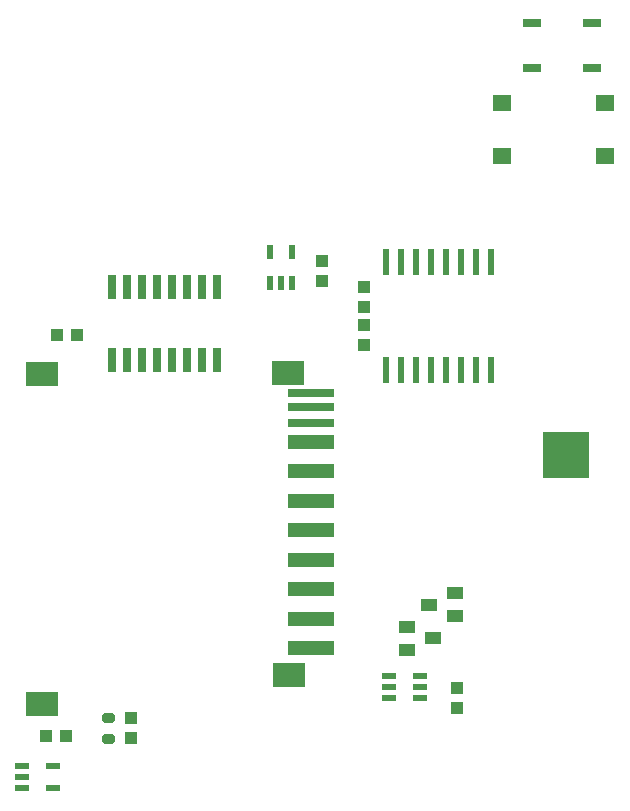
<source format=gtp>
G75*
%MOIN*%
%OFA0B0*%
%FSLAX24Y24*%
%IPPOS*%
%LPD*%
%AMOC8*
5,1,8,0,0,1.08239X$1,22.5*
%
%ADD10R,0.0260X0.0800*%
%ADD11R,0.0217X0.0472*%
%ADD12R,0.1102X0.0787*%
%ADD13R,0.1575X0.0276*%
%ADD14R,0.1575X0.0472*%
%ADD15R,0.1560X0.1560*%
%ADD16R,0.0600X0.0300*%
%ADD17R,0.0433X0.0394*%
%ADD18R,0.0236X0.0866*%
%ADD19R,0.0394X0.0433*%
%ADD20R,0.0472X0.0217*%
%ADD21R,0.0630X0.0551*%
%ADD22R,0.0551X0.0394*%
%ADD23C,0.0283*%
%ADD24R,0.0480X0.0245*%
D10*
X006875Y018765D03*
X007375Y018765D03*
X007875Y018765D03*
X008375Y018765D03*
X008875Y018765D03*
X009375Y018765D03*
X009875Y018765D03*
X010375Y018765D03*
X010375Y021185D03*
X009875Y021185D03*
X009375Y021185D03*
X008875Y021185D03*
X008375Y021185D03*
X007875Y021185D03*
X007375Y021185D03*
X006875Y021185D03*
D11*
X012126Y021338D03*
X012500Y021338D03*
X012874Y021338D03*
X012874Y022362D03*
X012126Y022362D03*
D12*
X012731Y018322D03*
X004542Y018283D03*
X012771Y008244D03*
X004542Y007299D03*
D13*
X013479Y016669D03*
X013479Y017181D03*
X013479Y017653D03*
D14*
X013479Y016039D03*
X013479Y015055D03*
X013479Y014070D03*
X013479Y013086D03*
X013479Y012102D03*
X013479Y011118D03*
X013479Y010133D03*
X013479Y009149D03*
D15*
X022000Y015600D03*
D16*
X022875Y028475D03*
X022875Y029975D03*
X020875Y029975D03*
X020875Y028475D03*
D17*
X015250Y021185D03*
X015250Y020515D03*
X015250Y019935D03*
X015250Y019265D03*
X018375Y007810D03*
X018375Y007140D03*
X005335Y006225D03*
X004665Y006225D03*
D18*
X016000Y018414D03*
X016500Y018414D03*
X017000Y018414D03*
X017500Y018414D03*
X018000Y018414D03*
X018500Y018414D03*
X019000Y018414D03*
X019500Y018414D03*
X019500Y022036D03*
X019000Y022036D03*
X018500Y022036D03*
X018000Y022036D03*
X017500Y022036D03*
X017000Y022036D03*
X016500Y022036D03*
X016000Y022036D03*
D19*
X013875Y022060D03*
X013875Y021390D03*
X005710Y019600D03*
X005040Y019600D03*
X007500Y006810D03*
X007500Y006140D03*
D20*
X003863Y004476D03*
X003863Y004850D03*
X003863Y005224D03*
X004887Y005224D03*
X004887Y004476D03*
D21*
X019845Y025553D03*
X019845Y027324D03*
X023310Y027324D03*
X023310Y025553D03*
D22*
X018308Y010974D03*
X018308Y010226D03*
X017558Y009475D03*
X016692Y009101D03*
X016692Y009849D03*
X017442Y010600D03*
D23*
X006825Y006861D02*
X006675Y006861D01*
X006825Y006861D02*
X006825Y006789D01*
X006675Y006789D01*
X006675Y006861D01*
X006675Y006161D02*
X006825Y006161D01*
X006825Y006089D01*
X006675Y006089D01*
X006675Y006161D01*
D24*
X016109Y007476D03*
X016109Y007850D03*
X016109Y008224D03*
X017141Y008224D03*
X017141Y007850D03*
X017141Y007476D03*
M02*

</source>
